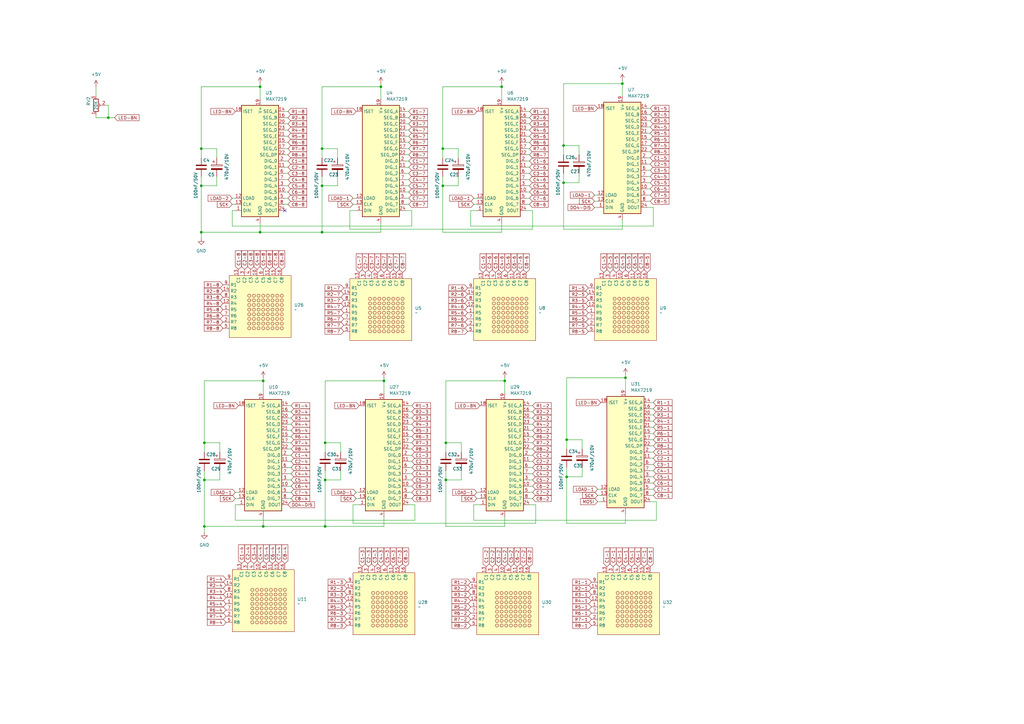
<source format=kicad_sch>
(kicad_sch (version 20231120) (generator "eeschema") (generator_version "8.0")
  (paper "A3")
  (title_block (title "Dot Matrix Display") (date "2024-09-11") (rev "1.0"))
  (junction (at 106.68 95.25))
  (junction (at 205.74 35.56))
  (junction (at 157.48 156.21))
  (junction (at 232.41 180.34))
  (junction (at 133.35 215.9))
  (junction (at 107.95 156.21))
  (junction (at 82.55 60.96))
  (junction (at 132.08 76.2))
  (junction (at 156.21 35.56))
  (junction (at 182.88 196.85))
  (junction (at 107.95 215.9))
  (junction (at 232.41 195.58))
  (junction (at 231.14 59.69))
  (junction (at 133.35 181.61))
  (junction (at 133.35 196.85))
  (junction (at 132.08 60.96))
  (junction (at 106.68 35.56))
  (junction (at 255.27 34.29))
  (junction (at 181.61 76.2))
  (junction (at 44.45 48.26))
  (junction (at 132.08 95.25))
  (junction (at 82.55 95.25))
  (junction (at 82.55 76.2))
  (junction (at 83.82 181.61))
  (junction (at 181.61 60.96))
  (junction (at 182.88 181.61))
  (junction (at 207.01 156.21))
  (junction (at 256.54 154.94))
  (junction (at 231.14 74.93))
  (junction (at 83.82 196.85))
  (junction (at 83.82 215.9))
  (no_connect (at 116.84 86.36))
  (wire (pts (xy 238.76 180.34) (xy 232.41 180.34)))
  (wire (pts (xy 207.01 156.21) (xy 207.01 161.29)))
  (wire (pts (xy 231.14 93.98) (xy 231.14 74.93)))
  (wire (pts (xy 194.31 207.01) (xy 196.85 207.01)))
  (wire (pts (xy 166.37 86.36) (xy 168.91 86.36)))
  (wire (pts (xy 146.05 204.47) (xy 147.32 204.47)))
  (wire (pts (xy 256.54 214.63) (xy 232.41 214.63)))
  (wire (pts (xy 193.04 92.71) (xy 267.97 92.71)))
  (wire (pts (xy 194.31 213.36) (xy 194.31 207.01)))
  (wire (pts (xy 232.41 214.63) (xy 232.41 195.58)))
  (wire (pts (xy 95.25 92.71) (xy 168.91 92.71)))
  (wire (pts (xy 168.91 204.47) (xy 167.64 204.47)))
  (wire (pts (xy 167.64 53.34) (xy 166.37 53.34)))
  (wire (pts (xy 167.64 63.5) (xy 166.37 63.5)))
  (wire (pts (xy 267.97 185.42) (xy 266.7 185.42)))
  (wire (pts (xy 181.61 35.56) (xy 181.61 60.96)))
  (wire (pts (xy 218.44 171.45) (xy 217.17 171.45)))
  (wire (pts (xy 82.55 35.56) (xy 106.68 35.56)))
  (wire (pts (xy 132.08 35.56) (xy 156.21 35.56)))
  (wire (pts (xy 217.17 83.82) (xy 215.9 83.82)))
  (wire (pts (xy 133.35 156.21) (xy 133.35 181.61)))
  (wire (pts (xy 82.55 35.56) (xy 82.55 60.96)))
  (wire (pts (xy 238.76 191.77) (xy 238.76 195.58)))
  (wire (pts (xy 187.96 72.39) (xy 187.96 76.2)))
  (wire (pts (xy 219.71 207.01) (xy 219.71 214.63)))
  (wire (pts (xy 267.97 193.04) (xy 266.7 193.04)))
  (wire (pts (xy 46.99 48.26) (xy 44.45 48.26)))
  (wire (pts (xy 119.38 186.69) (xy 118.11 186.69)))
  (wire (pts (xy 207.01 215.9) (xy 182.88 215.9)))
  (wire (pts (xy 267.97 187.96) (xy 266.7 187.96)))
  (wire (pts (xy 90.17 181.61) (xy 83.82 181.61)))
  (wire (pts (xy 218.44 86.36) (xy 218.44 93.98)))
  (wire (pts (xy 90.17 185.42) (xy 90.17 181.61)))
  (wire (pts (xy 107.95 215.9) (xy 133.35 215.9)))
  (wire (pts (xy 266.7 44.45) (xy 265.43 44.45)))
  (wire (pts (xy 119.38 181.61) (xy 118.11 181.61)))
  (wire (pts (xy 167.64 76.2) (xy 166.37 76.2)))
  (wire (pts (xy 106.68 35.56) (xy 106.68 40.64)))
  (wire (pts (xy 144.78 207.01) (xy 147.32 207.01)))
  (wire (pts (xy 231.14 59.69) (xy 231.14 63.5)))
  (wire (pts (xy 218.44 166.37) (xy 217.17 166.37)))
  (wire (pts (xy 218.44 186.69) (xy 217.17 186.69)))
  (wire (pts (xy 144.78 81.28) (xy 146.05 81.28)))
  (wire (pts (xy 88.9 60.96) (xy 82.55 60.96)))
  (wire (pts (xy 144.78 207.01) (xy 144.78 214.63)))
  (wire (pts (xy 238.76 184.15) (xy 238.76 180.34)))
  (wire (pts (xy 119.38 184.15) (xy 118.11 184.15)))
  (wire (pts (xy 237.49 59.69) (xy 231.14 59.69)))
  (wire (pts (xy 107.95 212.09) (xy 107.95 215.9)))
  (wire (pts (xy 267.97 203.2) (xy 266.7 203.2)))
  (wire (pts (xy 256.54 154.94) (xy 256.54 160.02)))
  (wire (pts (xy 189.23 196.85) (xy 182.88 196.85)))
  (wire (pts (xy 187.96 76.2) (xy 181.61 76.2)))
  (wire (pts (xy 118.11 76.2) (xy 116.84 76.2)))
  (wire (pts (xy 218.44 191.77) (xy 217.17 191.77)))
  (wire (pts (xy 119.38 204.47) (xy 118.11 204.47)))
  (wire (pts (xy 266.7 54.61) (xy 265.43 54.61)))
  (wire (pts (xy 157.48 156.21) (xy 157.48 161.29)))
  (wire (pts (xy 266.7 74.93) (xy 265.43 74.93)))
  (wire (pts (xy 217.17 48.26) (xy 215.9 48.26)))
  (wire (pts (xy 95.25 86.36) (xy 96.52 86.36)))
  (wire (pts (xy 266.7 69.85) (xy 265.43 69.85)))
  (wire (pts (xy 118.11 73.66) (xy 116.84 73.66)))
  (wire (pts (xy 156.21 35.56) (xy 156.21 40.64)))
  (wire (pts (xy 119.38 173.99) (xy 118.11 173.99)))
  (wire (pts (xy 217.17 53.34) (xy 215.9 53.34)))
  (wire (pts (xy 168.91 176.53) (xy 167.64 176.53)))
  (wire (pts (xy 119.38 168.91) (xy 118.11 168.91)))
  (wire (pts (xy 167.64 45.72) (xy 166.37 45.72)))
  (wire (pts (xy 267.97 170.18) (xy 266.7 170.18)))
  (wire (pts (xy 267.97 198.12) (xy 266.7 198.12)))
  (wire (pts (xy 157.48 154.94) (xy 157.48 156.21)))
  (wire (pts (xy 118.11 45.72) (xy 116.84 45.72)))
  (wire (pts (xy 118.11 81.28) (xy 116.84 81.28)))
  (wire (pts (xy 118.11 68.58) (xy 116.84 68.58)))
  (wire (pts (xy 138.43 72.39) (xy 138.43 76.2)))
  (wire (pts (xy 255.27 34.29) (xy 255.27 39.37)))
  (wire (pts (xy 132.08 35.56) (xy 132.08 60.96)))
  (wire (pts (xy 167.64 78.74) (xy 166.37 78.74)))
  (wire (pts (xy 118.11 71.12) (xy 116.84 71.12)))
  (wire (pts (xy 267.97 200.66) (xy 266.7 200.66)))
  (wire (pts (xy 96.52 204.47) (xy 97.79 204.47)))
  (wire (pts (xy 95.25 83.82) (xy 96.52 83.82)))
  (wire (pts (xy 245.11 205.74) (xy 246.38 205.74)))
  (wire (pts (xy 119.38 179.07) (xy 118.11 179.07)))
  (wire (pts (xy 118.11 60.96) (xy 116.84 60.96)))
  (wire (pts (xy 266.7 72.39) (xy 265.43 72.39)))
  (wire (pts (xy 107.95 156.21) (xy 107.95 161.29)))
  (wire (pts (xy 217.17 66.04) (xy 215.9 66.04)))
  (wire (pts (xy 168.91 196.85) (xy 167.64 196.85)))
  (wire (pts (xy 217.17 78.74) (xy 215.9 78.74)))
  (wire (pts (xy 267.97 177.8) (xy 266.7 177.8)))
  (wire (pts (xy 267.97 85.09) (xy 267.97 92.71)))
  (wire (pts (xy 218.44 176.53) (xy 217.17 176.53)))
  (wire (pts (xy 156.21 91.44) (xy 156.21 95.25)))
  (wire (pts (xy 156.21 95.25) (xy 132.08 95.25)))
  (wire (pts (xy 194.31 83.82) (xy 195.58 83.82)))
  (wire (pts (xy 218.44 194.31) (xy 217.17 194.31)))
  (wire (pts (xy 217.17 45.72) (xy 215.9 45.72)))
  (wire (pts (xy 119.38 166.37) (xy 118.11 166.37)))
  (wire (pts (xy 267.97 180.34) (xy 266.7 180.34)))
  (wire (pts (xy 167.64 55.88) (xy 166.37 55.88)))
  (wire (pts (xy 138.43 60.96) (xy 132.08 60.96)))
  (wire (pts (xy 218.44 196.85) (xy 217.17 196.85)))
  (wire (pts (xy 83.82 156.21) (xy 83.82 181.61)))
  (wire (pts (xy 83.82 215.9) (xy 83.82 218.44)))
  (wire (pts (xy 118.11 78.74) (xy 116.84 78.74)))
  (wire (pts (xy 119.38 189.23) (xy 118.11 189.23)))
  (wire (pts (xy 118.11 63.5) (xy 116.84 63.5)))
  (wire (pts (xy 96.52 213.36) (xy 96.52 207.01)))
  (wire (pts (xy 267.97 195.58) (xy 266.7 195.58)))
  (wire (pts (xy 181.61 35.56) (xy 205.74 35.56)))
  (wire (pts (xy 266.7 57.15) (xy 265.43 57.15)))
  (wire (pts (xy 243.84 82.55) (xy 245.11 82.55)))
  (wire (pts (xy 217.17 50.8) (xy 215.9 50.8)))
  (wire (pts (xy 237.49 74.93) (xy 231.14 74.93)))
  (wire (pts (xy 218.44 168.91) (xy 217.17 168.91)))
  (wire (pts (xy 118.11 58.42) (xy 116.84 58.42)))
  (wire (pts (xy 107.95 154.94) (xy 107.95 156.21)))
  (wire (pts (xy 82.55 95.25) (xy 82.55 97.79)))
  (wire (pts (xy 156.21 34.29) (xy 156.21 35.56)))
  (wire (pts (xy 82.55 95.25) (xy 82.55 76.2)))
  (wire (pts (xy 205.74 91.44) (xy 205.74 95.25)))
  (wire (pts (xy 238.76 195.58) (xy 232.41 195.58)))
  (wire (pts (xy 118.11 53.34) (xy 116.84 53.34)))
  (wire (pts (xy 217.17 68.58) (xy 215.9 68.58)))
  (wire (pts (xy 96.52 213.36) (xy 170.18 213.36)))
  (wire (pts (xy 231.14 34.29) (xy 231.14 59.69)))
  (wire (pts (xy 217.17 58.42) (xy 215.9 58.42)))
  (wire (pts (xy 118.11 48.26) (xy 116.84 48.26)))
  (wire (pts (xy 168.91 189.23) (xy 167.64 189.23)))
  (wire (pts (xy 167.64 66.04) (xy 166.37 66.04)))
  (wire (pts (xy 143.51 86.36) (xy 146.05 86.36)))
  (wire (pts (xy 269.24 205.74) (xy 269.24 213.36)))
  (wire (pts (xy 245.11 200.66) (xy 246.38 200.66)))
  (wire (pts (xy 133.35 156.21) (xy 157.48 156.21)))
  (wire (pts (xy 119.38 171.45) (xy 118.11 171.45)))
  (wire (pts (xy 255.27 33.02) (xy 255.27 34.29)))
  (wire (pts (xy 167.64 68.58) (xy 166.37 68.58)))
  (wire (pts (xy 82.55 60.96) (xy 82.55 64.77)))
  (wire (pts (xy 182.88 181.61) (xy 182.88 185.42)))
  (wire (pts (xy 237.49 71.12) (xy 237.49 74.93)))
  (wire (pts (xy 182.88 215.9) (xy 182.88 196.85)))
  (wire (pts (xy 181.61 95.25) (xy 181.61 76.2)))
  (wire (pts (xy 132.08 95.25) (xy 132.08 76.2)))
  (wire (pts (xy 195.58 204.47) (xy 196.85 204.47)))
  (wire (pts (xy 168.91 179.07) (xy 167.64 179.07)))
  (wire (pts (xy 205.74 34.29) (xy 205.74 35.56)))
  (wire (pts (xy 182.88 156.21) (xy 207.01 156.21)))
  (wire (pts (xy 44.45 43.18) (xy 43.18 43.18)))
  (wire (pts (xy 194.31 81.28) (xy 195.58 81.28)))
  (wire (pts (xy 168.91 166.37) (xy 167.64 166.37)))
  (wire (pts (xy 217.17 71.12) (xy 215.9 71.12)))
  (wire (pts (xy 143.51 93.98) (xy 218.44 93.98)))
  (wire (pts (xy 231.14 34.29) (xy 255.27 34.29)))
  (wire (pts (xy 88.9 72.39) (xy 88.9 76.2)))
  (wire (pts (xy 133.35 215.9) (xy 133.35 196.85)))
  (wire (pts (xy 95.25 81.28) (xy 96.52 81.28)))
  (wire (pts (xy 269.24 205.74) (xy 266.7 205.74)))
  (wire (pts (xy 88.9 64.77) (xy 88.9 60.96)))
  (wire (pts (xy 205.74 95.25) (xy 181.61 95.25)))
  (wire (pts (xy 167.64 71.12) (xy 166.37 71.12)))
  (wire (pts (xy 266.7 64.77) (xy 265.43 64.77)))
  (wire (pts (xy 83.82 215.9) (xy 83.82 196.85)))
  (wire (pts (xy 181.61 76.2) (xy 181.61 72.39)))
  (wire (pts (xy 266.7 67.31) (xy 265.43 67.31)))
  (wire (pts (xy 219.71 207.01) (xy 217.17 207.01)))
  (wire (pts (xy 255.27 90.17) (xy 255.27 93.98)))
  (wire (pts (xy 106.68 95.25) (xy 132.08 95.25)))
  (wire (pts (xy 218.44 201.93) (xy 217.17 201.93)))
  (wire (pts (xy 138.43 64.77) (xy 138.43 60.96)))
  (wire (pts (xy 232.41 154.94) (xy 256.54 154.94)))
  (wire (pts (xy 187.96 64.77) (xy 187.96 60.96)))
  (wire (pts (xy 266.7 80.01) (xy 265.43 80.01)))
  (wire (pts (xy 218.44 179.07) (xy 217.17 179.07)))
  (wire (pts (xy 83.82 215.9) (xy 107.95 215.9)))
  (wire (pts (xy 217.17 73.66) (xy 215.9 73.66)))
  (wire (pts (xy 187.96 60.96) (xy 181.61 60.96)))
  (wire (pts (xy 218.44 204.47) (xy 217.17 204.47)))
  (wire (pts (xy 118.11 83.82) (xy 116.84 83.82)))
  (wire (pts (xy 189.23 185.42) (xy 189.23 181.61)))
  (wire (pts (xy 266.7 59.69) (xy 265.43 59.69)))
  (wire (pts (xy 207.01 154.94) (xy 207.01 156.21)))
  (wire (pts (xy 168.91 181.61) (xy 167.64 181.61)))
  (wire (pts (xy 267.97 165.1) (xy 266.7 165.1)))
  (wire (pts (xy 139.7 181.61) (xy 133.35 181.61)))
  (wire (pts (xy 267.97 190.5) (xy 266.7 190.5)))
  (wire (pts (xy 266.7 77.47) (xy 265.43 77.47)))
  (wire (pts (xy 218.44 189.23) (xy 217.17 189.23)))
  (wire (pts (xy 267.97 182.88) (xy 266.7 182.88)))
  (wire (pts (xy 83.82 156.21) (xy 107.95 156.21)))
  (wire (pts (xy 146.05 201.93) (xy 147.32 201.93)))
  (wire (pts (xy 96.52 201.93) (xy 97.79 201.93)))
  (wire (pts (xy 232.41 180.34) (xy 232.41 184.15)))
  (wire (pts (xy 39.37 48.26) (xy 39.37 46.99)))
  (wire (pts (xy 207.01 212.09) (xy 207.01 215.9)))
  (wire (pts (xy 218.44 184.15) (xy 217.17 184.15)))
  (wire (pts (xy 119.38 176.53) (xy 118.11 176.53)))
  (wire (pts (xy 168.91 201.93) (xy 167.64 201.93)))
  (wire (pts (xy 266.7 49.53) (xy 265.43 49.53)))
  (wire (pts (xy 157.48 212.09) (xy 157.48 215.9)))
  (wire (pts (xy 182.88 196.85) (xy 182.88 193.04)))
  (wire (pts (xy 189.23 181.61) (xy 182.88 181.61)))
  (wire (pts (xy 119.38 191.77) (xy 118.11 191.77)))
  (wire (pts (xy 218.44 173.99) (xy 217.17 173.99)))
  (wire (pts (xy 218.44 86.36) (xy 215.9 86.36)))
  (wire (pts (xy 267.97 167.64) (xy 266.7 167.64)))
  (wire (pts (xy 266.7 46.99) (xy 265.43 46.99)))
  (wire (pts (xy 119.38 194.31) (xy 118.11 194.31)))
  (wire (pts (xy 118.11 50.8) (xy 116.84 50.8)))
  (wire (pts (xy 168.91 86.36) (xy 168.91 92.71)))
  (wire (pts (xy 96.52 207.01) (xy 97.79 207.01)))
  (wire (pts (xy 167.64 60.96) (xy 166.37 60.96)))
  (wire (pts (xy 193.04 86.36) (xy 195.58 86.36)))
  (wire (pts (xy 168.91 191.77) (xy 167.64 191.77)))
  (wire (pts (xy 181.61 60.96) (xy 181.61 64.77)))
  (wire (pts (xy 168.91 171.45) (xy 167.64 171.45)))
  (wire (pts (xy 168.91 186.69) (xy 167.64 186.69)))
  (wire (pts (xy 267.97 175.26) (xy 266.7 175.26)))
  (wire (pts (xy 167.64 73.66) (xy 166.37 73.66)))
  (wire (pts (xy 193.04 92.71) (xy 193.04 86.36)))
  (wire (pts (xy 217.17 81.28) (xy 215.9 81.28)))
  (wire (pts (xy 82.55 76.2) (xy 82.55 72.39)))
  (wire (pts (xy 189.23 193.04) (xy 189.23 196.85)))
  (wire (pts (xy 119.38 196.85) (xy 118.11 196.85)))
  (wire (pts (xy 132.08 76.2) (xy 132.08 72.39)))
  (wire (pts (xy 82.55 95.25) (xy 106.68 95.25)))
  (wire (pts (xy 267.97 172.72) (xy 266.7 172.72)))
  (wire (pts (xy 83.82 181.61) (xy 83.82 185.42)))
  (wire (pts (xy 83.82 196.85) (xy 83.82 193.04)))
  (wire (pts (xy 119.38 201.93) (xy 118.11 201.93)))
  (wire (pts (xy 217.17 76.2) (xy 215.9 76.2)))
  (wire (pts (xy 217.17 63.5) (xy 215.9 63.5)))
  (wire (pts (xy 231.14 74.93) (xy 231.14 71.12)))
  (wire (pts (xy 232.41 195.58) (xy 232.41 191.77)))
  (wire (pts (xy 139.7 185.42) (xy 139.7 181.61)))
  (wire (pts (xy 256.54 210.82) (xy 256.54 214.63)))
  (wire (pts (xy 139.7 193.04) (xy 139.7 196.85)))
  (wire (pts (xy 144.78 83.82) (xy 146.05 83.82)))
  (wire (pts (xy 139.7 196.85) (xy 133.35 196.85)))
  (wire (pts (xy 167.64 81.28) (xy 166.37 81.28)))
  (wire (pts (xy 167.64 83.82) (xy 166.37 83.82)))
  (wire (pts (xy 168.91 168.91) (xy 167.64 168.91)))
  (wire (pts (xy 133.35 196.85) (xy 133.35 193.04)))
  (wire (pts (xy 243.84 80.01) (xy 245.11 80.01)))
  (wire (pts (xy 245.11 203.2) (xy 246.38 203.2)))
  (wire (pts (xy 44.45 43.18) (xy 44.45 48.26)))
  (wire (pts (xy 218.44 199.39) (xy 217.17 199.39)))
  (wire (pts (xy 157.48 215.9) (xy 133.35 215.9)))
  (wire (pts (xy 88.9 76.2) (xy 82.55 76.2)))
  (wire (pts (xy 143.51 86.36) (xy 143.51 93.98)))
  (wire (pts (xy 168.91 173.99) (xy 167.64 173.99)))
  (wire (pts (xy 167.64 50.8) (xy 166.37 50.8)))
  (wire (pts (xy 205.74 35.56) (xy 205.74 40.64)))
  (wire (pts (xy 39.37 35.56) (xy 39.37 39.37)))
  (wire (pts (xy 255.27 93.98) (xy 231.14 93.98)))
  (wire (pts (xy 256.54 153.67) (xy 256.54 154.94)))
  (wire (pts (xy 217.17 60.96) (xy 215.9 60.96)))
  (wire (pts (xy 168.91 184.15) (xy 167.64 184.15)))
  (wire (pts (xy 133.35 181.61) (xy 133.35 185.42)))
  (wire (pts (xy 170.18 207.01) (xy 170.18 213.36)))
  (wire (pts (xy 90.17 193.04) (xy 90.17 196.85)))
  (wire (pts (xy 217.17 55.88) (xy 215.9 55.88)))
  (wire (pts (xy 106.68 91.44) (xy 106.68 95.25)))
  (wire (pts (xy 182.88 156.21) (xy 182.88 181.61)))
  (wire (pts (xy 90.17 196.85) (xy 83.82 196.85)))
  (wire (pts (xy 138.43 76.2) (xy 132.08 76.2)))
  (wire (pts (xy 266.7 52.07) (xy 265.43 52.07)))
  (wire (pts (xy 168.91 199.39) (xy 167.64 199.39)))
  (wire (pts (xy 218.44 181.61) (xy 217.17 181.61)))
  (wire (pts (xy 44.45 48.26) (xy 39.37 48.26)))
  (wire (pts (xy 118.11 66.04) (xy 116.84 66.04)))
  (wire (pts (xy 167.64 48.26) (xy 166.37 48.26)))
  (wire (pts (xy 119.38 199.39) (xy 118.11 199.39)))
  (wire (pts (xy 232.41 154.94) (xy 232.41 180.34)))
  (wire (pts (xy 266.7 82.55) (xy 265.43 82.55)))
  (wire (pts (xy 267.97 85.09) (xy 265.43 85.09)))
  (wire (pts (xy 118.11 55.88) (xy 116.84 55.88)))
  (wire (pts (xy 168.91 194.31) (xy 167.64 194.31)))
  (wire (pts (xy 95.25 92.71) (xy 95.25 86.36)))
  (wire (pts (xy 194.31 213.36) (xy 269.24 213.36)))
  (wire (pts (xy 167.64 58.42) (xy 166.37 58.42)))
  (wire (pts (xy 195.58 201.93) (xy 196.85 201.93)))
  (wire (pts (xy 106.68 34.29) (xy 106.68 35.56)))
  (wire (pts (xy 132.08 60.96) (xy 132.08 64.77)))
  (wire (pts (xy 266.7 62.23) (xy 265.43 62.23)))
  (wire (pts (xy 144.78 214.63) (xy 219.71 214.63)))
  (wire (pts (xy 237.49 63.5) (xy 237.49 59.69)))
  (wire (pts (xy 167.64 207.01) (xy 170.18 207.01)))
  (wire (pts (xy 243.84 85.09) (xy 245.11 85.09)))
  (global_label "C7-4" (shape input) (at 114.3 231.14 90) (property "Intersheetrefs" "${INTERSHEET_REFS}" (effects (hide yes))))
  (global_label "R5-3" (shape input) (at 142.24 248.92 180) (property "Intersheetrefs" "${INTERSHEET_REFS}" (effects (hide yes))))
  (global_label "R6-7" (shape input) (at 167.64 58.42 0) (property "Intersheetrefs" "${INTERSHEET_REFS}" (effects (hide yes))))
  (global_label "C8-4" (shape input) (at 116.84 231.14 90) (property "Intersheetrefs" "${INTERSHEET_REFS}" (effects (hide yes))))
  (global_label "R7-2" (shape input) (at 218.44 181.61 0) (property "Intersheetrefs" "${INTERSHEET_REFS}" (effects (hide yes))))
  (global_label "C7-7" (shape input) (at 162.56 111.76 90) (property "Intersheetrefs" "${INTERSHEET_REFS}" (effects (hide yes))))
  (global_label "R6-4" (shape input) (at 92.71 250.19 180) (property "Intersheetrefs" "${INTERSHEET_REFS}" (effects (hide yes))))
  (global_label "C5-6" (shape input) (at 217.17 76.2 0) (property "Intersheetrefs" "${INTERSHEET_REFS}" (effects (hide yes))))
  (global_label "C6-7" (shape input) (at 160.02 111.76 90) (property "Intersheetrefs" "${INTERSHEET_REFS}" (effects (hide yes))))
  (global_label "R2-8" (shape input) (at 118.11 48.26 0) (property "Intersheetrefs" "${INTERSHEET_REFS}" (effects (hide yes))))
  (global_label "C8-2" (shape input) (at 218.44 204.47 0) (property "Intersheetrefs" "${INTERSHEET_REFS}" (effects (hide yes))))
  (global_label "C1-2" (shape input) (at 199.39 232.41 90) (property "Intersheetrefs" "${INTERSHEET_REFS}" (effects (hide yes))))
  (global_label "R2-8" (shape input) (at 91.44 119.38 180) (property "Intersheetrefs" "${INTERSHEET_REFS}" (effects (hide yes))))
  (global_label "LED-BN" (shape input) (at 196.85 166.37 180) (property "Intersheetrefs" "${INTERSHEET_REFS}" (effects (hide yes))))
  (global_label "C2-2" (shape input) (at 201.93 232.41 90) (property "Intersheetrefs" "${INTERSHEET_REFS}" (effects (hide yes))))
  (global_label "C8-3" (shape input) (at 168.91 204.47 0) (property "Intersheetrefs" "${INTERSHEET_REFS}" (effects (hide yes))))
  (global_label "R3-3" (shape input) (at 142.24 243.84 180) (property "Intersheetrefs" "${INTERSHEET_REFS}" (effects (hide yes))))
  (global_label "R1-7" (shape input) (at 167.64 45.72 0) (property "Intersheetrefs" "${INTERSHEET_REFS}" (effects (hide yes))))
  (global_label "C4-2" (shape input) (at 207.01 232.41 90) (property "Intersheetrefs" "${INTERSHEET_REFS}" (effects (hide yes))))
  (global_label "C5-4" (shape input) (at 109.22 231.14 90) (property "Intersheetrefs" "${INTERSHEET_REFS}" (effects (hide yes))))
  (global_label "C8-1" (shape input) (at 267.97 203.2 0) (property "Intersheetrefs" "${INTERSHEET_REFS}" (effects (hide yes))))
  (global_label "C3-6" (shape input) (at 217.17 71.12 0) (property "Intersheetrefs" "${INTERSHEET_REFS}" (effects (hide yes))))
  (global_label "C6-8" (shape input) (at 110.49 110.49 90) (property "Intersheetrefs" "${INTERSHEET_REFS}" (effects (hide yes))))
  (global_label "LED-BN" (shape input) (at 195.58 45.72 180) (property "Intersheetrefs" "${INTERSHEET_REFS}" (effects (hide yes))))
  (global_label "R7-3" (shape input) (at 168.91 181.61 0) (property "Intersheetrefs" "${INTERSHEET_REFS}" (effects (hide yes))))
  (global_label "C7-8" (shape input) (at 118.11 81.28 0) (property "Intersheetrefs" "${INTERSHEET_REFS}" (effects (hide yes))))
  (global_label "C4-6" (shape input) (at 205.74 111.76 90) (property "Intersheetrefs" "${INTERSHEET_REFS}" (effects (hide yes))))
  (global_label "C7-2" (shape input) (at 218.44 201.93 0) (property "Intersheetrefs" "${INTERSHEET_REFS}" (effects (hide yes))))
  (global_label "R4-4" (shape input) (at 119.38 173.99 0) (property "Intersheetrefs" "${INTERSHEET_REFS}" (effects (hide yes))))
  (global_label "C8-6" (shape input) (at 215.9 111.76 90) (property "Intersheetrefs" "${INTERSHEET_REFS}" (effects (hide yes))))
  (global_label "C8-7" (shape input) (at 165.1 111.76 90) (property "Intersheetrefs" "${INTERSHEET_REFS}" (effects (hide yes))))
  (global_label "LOAD-2" (shape input) (at 95.25 81.28 180) (property "Intersheetrefs" "${INTERSHEET_REFS}" (effects (hide yes))))
  (global_label "R4-1" (shape input) (at 242.57 246.38 180) (property "Intersheetrefs" "${INTERSHEET_REFS}" (effects (hide yes))))
  (global_label "C8-4" (shape input) (at 119.38 204.47 0) (property "Intersheetrefs" "${INTERSHEET_REFS}" (effects (hide yes))))
  (global_label "C5-2" (shape input) (at 209.55 232.41 90) (property "Intersheetrefs" "${INTERSHEET_REFS}" (effects (hide yes))))
  (global_label "R4-6" (shape input) (at 191.77 125.73 180) (property "Intersheetrefs" "${INTERSHEET_REFS}" (effects (hide yes))))
  (global_label "C6-5" (shape input) (at 260.35 111.76 90) (property "Intersheetrefs" "${INTERSHEET_REFS}" (effects (hide yes))))
  (global_label "R2-6" (shape input) (at 217.17 48.26 0) (property "Intersheetrefs" "${INTERSHEET_REFS}" (effects (hide yes))))
  (global_label "C1-7" (shape input) (at 147.32 111.76 90) (property "Intersheetrefs" "${INTERSHEET_REFS}" (effects (hide yes))))
  (global_label "SCK" (shape input) (at 243.84 82.55 180) (property "Intersheetrefs" "${INTERSHEET_REFS}" (effects (hide yes))))
  (global_label "R6-2" (shape input) (at 218.44 179.07 0) (property "Intersheetrefs" "${INTERSHEET_REFS}" (effects (hide yes))))
  (global_label "LOAD-1" (shape input) (at 195.58 201.93 180) (property "Intersheetrefs" "${INTERSHEET_REFS}" (effects (hide yes))))
  (global_label "C2-3" (shape input) (at 168.91 189.23 0) (property "Intersheetrefs" "${INTERSHEET_REFS}" (effects (hide yes))))
  (global_label "C1-6" (shape input) (at 217.17 66.04 0) (property "Intersheetrefs" "${INTERSHEET_REFS}" (effects (hide yes))))
  (global_label "C6-4" (shape input) (at 119.38 199.39 0) (property "Intersheetrefs" "${INTERSHEET_REFS}" (effects (hide yes))))
  (global_label "C4-5" (shape input) (at 255.27 111.76 90) (property "Intersheetrefs" "${INTERSHEET_REFS}" (effects (hide yes))))
  (global_label "C2-7" (shape input) (at 167.64 68.58 0) (property "Intersheetrefs" "${INTERSHEET_REFS}" (effects (hide yes))))
  (global_label "R3-1" (shape input) (at 267.97 170.18 0) (property "Intersheetrefs" "${INTERSHEET_REFS}" (effects (hide yes))))
  (global_label "C2-1" (shape input) (at 267.97 187.96 0) (property "Intersheetrefs" "${INTERSHEET_REFS}" (effects (hide yes))))
  (global_label "C1-5" (shape input) (at 266.7 64.77 0) (property "Intersheetrefs" "${INTERSHEET_REFS}" (effects (hide yes))))
  (global_label "C2-5" (shape input) (at 266.7 67.31 0) (property "Intersheetrefs" "${INTERSHEET_REFS}" (effects (hide yes))))
  (global_label "C5-8" (shape input) (at 118.11 76.2 0) (property "Intersheetrefs" "${INTERSHEET_REFS}" (effects (hide yes))))
  (global_label "R7-6" (shape input) (at 217.17 60.96 0) (property "Intersheetrefs" "${INTERSHEET_REFS}" (effects (hide yes))))
  (global_label "R1-6" (shape input) (at 217.17 45.72 0) (property "Intersheetrefs" "${INTERSHEET_REFS}" (effects (hide yes))))
  (global_label "R1-5" (shape input) (at 266.7 44.45 0) (property "Intersheetrefs" "${INTERSHEET_REFS}" (effects (hide yes))))
  (global_label "R3-2" (shape input) (at 193.04 243.84 180) (property "Intersheetrefs" "${INTERSHEET_REFS}" (effects (hide yes))))
  (global_label "R4-1" (shape input) (at 267.97 172.72 0) (property "Intersheetrefs" "${INTERSHEET_REFS}" (effects (hide yes))))
  (global_label "C5-1" (shape input) (at 259.08 232.41 90) (property "Intersheetrefs" "${INTERSHEET_REFS}" (effects (hide yes))))
  (global_label "R4-3" (shape input) (at 168.91 173.99 0) (property "Intersheetrefs" "${INTERSHEET_REFS}" (effects (hide yes))))
  (global_label "R5-5" (shape input) (at 241.3 128.27 180) (property "Intersheetrefs" "${INTERSHEET_REFS}" (effects (hide yes))))
  (global_label "R8-2" (shape input) (at 218.44 184.15 0) (property "Intersheetrefs" "${INTERSHEET_REFS}" (effects (hide yes))))
  (global_label "C3-5" (shape input) (at 266.7 69.85 0) (property "Intersheetrefs" "${INTERSHEET_REFS}" (effects (hide yes))))
  (global_label "R1-3" (shape input) (at 168.91 166.37 0) (property "Intersheetrefs" "${INTERSHEET_REFS}" (effects (hide yes))))
  (global_label "C3-2" (shape input) (at 204.47 232.41 90) (property "Intersheetrefs" "${INTERSHEET_REFS}" (effects (hide yes))))
  (global_label "R7-5" (shape input) (at 241.3 133.35 180) (property "Intersheetrefs" "${INTERSHEET_REFS}" (effects (hide yes))))
  (global_label "C6-7" (shape input) (at 167.64 78.74 0) (property "Intersheetrefs" "${INTERSHEET_REFS}" (effects (hide yes))))
  (global_label "C6-3" (shape input) (at 168.91 199.39 0) (property "Intersheetrefs" "${INTERSHEET_REFS}" (effects (hide yes))))
  (global_label "R1-7" (shape input) (at 140.97 118.11 180) (property "Intersheetrefs" "${INTERSHEET_REFS}" (effects (hide yes))))
  (global_label "C7-8" (shape input) (at 113.03 110.49 90) (property "Intersheetrefs" "${INTERSHEET_REFS}" (effects (hide yes))))
  (global_label "R3-4" (shape input) (at 119.38 171.45 0) (property "Intersheetrefs" "${INTERSHEET_REFS}" (effects (hide yes))))
  (global_label "R4-7" (shape input) (at 167.64 53.34 0) (property "Intersheetrefs" "${INTERSHEET_REFS}" (effects (hide yes))))
  (global_label "SCK" (shape input) (at 146.05 204.47 180) (property "Intersheetrefs" "${INTERSHEET_REFS}" (effects (hide yes))))
  (global_label "C4-5" (shape input) (at 266.7 72.39 0) (property "Intersheetrefs" "${INTERSHEET_REFS}" (effects (hide yes))))
  (global_label "R6-4" (shape input) (at 119.38 179.07 0) (property "Intersheetrefs" "${INTERSHEET_REFS}" (effects (hide yes))))
  (global_label "R6-3" (shape input) (at 168.91 179.07 0) (property "Intersheetrefs" "${INTERSHEET_REFS}" (effects (hide yes))))
  (global_label "LED-BN" (shape input) (at 245.11 44.45 180) (property "Intersheetrefs" "${INTERSHEET_REFS}" (effects (hide yes))))
  (global_label "R1-1" (shape input) (at 242.57 238.76 180) (property "Intersheetrefs" "${INTERSHEET_REFS}" (effects (hide yes))))
  (global_label "C1-3" (shape input) (at 148.59 232.41 90) (property "Intersheetrefs" "${INTERSHEET_REFS}" (effects (hide yes))))
  (global_label "R3-8" (shape input) (at 118.11 50.8 0) (property "Intersheetrefs" "${INTERSHEET_REFS}" (effects (hide yes))))
  (global_label "R7-8" (shape input) (at 91.44 132.08 180) (property "Intersheetrefs" "${INTERSHEET_REFS}" (effects (hide yes))))
  (global_label "C3-1" (shape input) (at 267.97 190.5 0) (property "Intersheetrefs" "${INTERSHEET_REFS}" (effects (hide yes))))
  (global_label "R3-7" (shape input) (at 167.64 50.8 0) (property "Intersheetrefs" "${INTERSHEET_REFS}" (effects (hide yes))))
  (global_label "R6-8" (shape input) (at 91.44 129.54 180) (property "Intersheetrefs" "${INTERSHEET_REFS}" (effects (hide yes))))
  (global_label "C4-3" (shape input) (at 156.21 232.41 90) (property "Intersheetrefs" "${INTERSHEET_REFS}" (effects (hide yes))))
  (global_label "R4-4" (shape input) (at 92.71 245.11 180) (property "Intersheetrefs" "${INTERSHEET_REFS}" (effects (hide yes))))
  (global_label "R5-8" (shape input) (at 118.11 55.88 0) (property "Intersheetrefs" "${INTERSHEET_REFS}" (effects (hide yes))))
  (global_label "R7-1" (shape input) (at 267.97 180.34 0) (property "Intersheetrefs" "${INTERSHEET_REFS}" (effects (hide yes))))
  (global_label "R2-5" (shape input) (at 266.7 46.99 0) (property "Intersheetrefs" "${INTERSHEET_REFS}" (effects (hide yes))))
  (global_label "C5-5" (shape input) (at 257.81 111.76 90) (property "Intersheetrefs" "${INTERSHEET_REFS}" (effects (hide yes))))
  (global_label "R7-7" (shape input) (at 167.64 60.96 0) (property "Intersheetrefs" "${INTERSHEET_REFS}" (effects (hide yes))))
  (global_label "SCK" (shape input) (at 96.52 204.47 180) (property "Intersheetrefs" "${INTERSHEET_REFS}" (effects (hide yes))))
  (global_label "R2-6" (shape input) (at 191.77 120.65 180) (property "Intersheetrefs" "${INTERSHEET_REFS}" (effects (hide yes))))
  (global_label "R3-5" (shape input) (at 241.3 123.19 180) (property "Intersheetrefs" "${INTERSHEET_REFS}" (effects (hide yes))))
  (global_label "R6-5" (shape input) (at 241.3 130.81 180) (property "Intersheetrefs" "${INTERSHEET_REFS}" (effects (hide yes))))
  (global_label "R7-1" (shape input) (at 242.57 254 180) (property "Intersheetrefs" "${INTERSHEET_REFS}" (effects (hide yes))))
  (global_label "C2-2" (shape input) (at 218.44 189.23 0) (property "Intersheetrefs" "${INTERSHEET_REFS}" (effects (hide yes))))
  (global_label "C4-7" (shape input) (at 154.94 111.76 90) (property "Intersheetrefs" "${INTERSHEET_REFS}" (effects (hide yes))))
  (global_label "R6-7" (shape input) (at 140.97 130.81 180) (property "Intersheetrefs" "${INTERSHEET_REFS}" (effects (hide yes))))
  (global_label "R1-2" (shape input) (at 193.04 238.76 180) (property "Intersheetrefs" "${INTERSHEET_REFS}" (effects (hide yes))))
  (global_label "R5-4" (shape input) (at 119.38 176.53 0) (property "Intersheetrefs" "${INTERSHEET_REFS}" (effects (hide yes))))
  (global_label "C3-1" (shape input) (at 254 232.41 90) (property "Intersheetrefs" "${INTERSHEET_REFS}" (effects (hide yes))))
  (global_label "R6-8" (shape input) (at 118.11 58.42 0) (property "Intersheetrefs" "${INTERSHEET_REFS}" (effects (hide yes))))
  (global_label "C4-7" (shape input) (at 167.64 73.66 0) (property "Intersheetrefs" "${INTERSHEET_REFS}" (effects (hide yes))))
  (global_label "R1-5" (shape input) (at 241.3 118.11 180) (property "Intersheetrefs" "${INTERSHEET_REFS}" (effects (hide yes))))
  (global_label "R1-4" (shape input) (at 119.38 166.37 0) (property "Intersheetrefs" "${INTERSHEET_REFS}" (effects (hide yes))))
  (global_label "R1-3" (shape input) (at 142.24 238.76 180) (property "Intersheetrefs" "${INTERSHEET_REFS}" (effects (hide yes))))
  (global_label "DO4-DI5" (shape input) (at 243.84 85.09 180) (property "Intersheetrefs" "${INTERSHEET_REFS}" (effects (hide yes))))
  (global_label "R3-5" (shape input) (at 266.7 49.53 0) (property "Intersheetrefs" "${INTERSHEET_REFS}" (effects (hide yes))))
  (global_label "LOAD-1" (shape input) (at 245.11 200.66 180) (property "Intersheetrefs" "${INTERSHEET_REFS}" (effects (hide yes))))
  (global_label "R2-1" (shape input) (at 267.97 167.64 0) (property "Intersheetrefs" "${INTERSHEET_REFS}" (effects (hide yes))))
  (global_label "C6-6" (shape input) (at 210.82 111.76 90) (property "Intersheetrefs" "${INTERSHEET_REFS}" (effects (hide yes))))
  (global_label "R3-7" (shape input) (at 140.97 123.19 180) (property "Intersheetrefs" "${INTERSHEET_REFS}" (effects (hide yes))))
  (global_label "LOAD-1" (shape input) (at 243.84 80.01 180) (property "Intersheetrefs" "${INTERSHEET_REFS}" (effects (hide yes))))
  (global_label "R4-2" (shape input) (at 193.04 246.38 180) (property "Intersheetrefs" "${INTERSHEET_REFS}" (effects (hide yes))))
  (global_label "C8-8" (shape input) (at 115.57 110.49 90) (property "Intersheetrefs" "${INTERSHEET_REFS}" (effects (hide yes))))
  (global_label "LED-BN" (shape input) (at 96.52 45.72 180) (property "Intersheetrefs" "${INTERSHEET_REFS}" (effects (hide yes))))
  (global_label "C8-5" (shape input) (at 265.43 111.76 90) (property "Intersheetrefs" "${INTERSHEET_REFS}" (effects (hide yes))))
  (global_label "C6-4" (shape input) (at 111.76 231.14 90) (property "Intersheetrefs" "${INTERSHEET_REFS}" (effects (hide yes))))
  (global_label "C8-5" (shape input) (at 266.7 82.55 0) (property "Intersheetrefs" "${INTERSHEET_REFS}" (effects (hide yes))))
  (global_label "R6-6" (shape input) (at 191.77 130.81 180) (property "Intersheetrefs" "${INTERSHEET_REFS}" (effects (hide yes))))
  (global_label "C7-1" (shape input) (at 267.97 200.66 0) (property "Intersheetrefs" "${INTERSHEET_REFS}" (effects (hide yes))))
  (global_label "R7-7" (shape input) (at 140.97 133.35 180) (property "Intersheetrefs" "${INTERSHEET_REFS}" (effects (hide yes))))
  (global_label "C2-6" (shape input) (at 200.66 111.76 90) (property "Intersheetrefs" "${INTERSHEET_REFS}" (effects (hide yes))))
  (global_label "C3-6" (shape input) (at 203.2 111.76 90) (property "Intersheetrefs" "${INTERSHEET_REFS}" (effects (hide yes))))
  (global_label "C7-6" (shape input) (at 217.17 81.28 0) (property "Intersheetrefs" "${INTERSHEET_REFS}" (effects (hide yes))))
  (global_label "C8-6" (shape input) (at 217.17 83.82 0) (property "Intersheetrefs" "${INTERSHEET_REFS}" (effects (hide yes))))
  (global_label "R1-2" (shape input) (at 218.44 166.37 0) (property "Intersheetrefs" "${INTERSHEET_REFS}" (effects (hide yes))))
  (global_label "R4-7" (shape input) (at 140.97 125.73 180) (property "Intersheetrefs" "${INTERSHEET_REFS}" (effects (hide yes))))
  (global_label "C1-2" (shape input) (at 218.44 186.69 0) (property "Intersheetrefs" "${INTERSHEET_REFS}" (effects (hide yes))))
  (global_label "LED-BN" (shape input) (at 246.38 165.1 180) (property "Intersheetrefs" "${INTERSHEET_REFS}" (effects (hide yes))))
  (global_label "C3-8" (shape input) (at 102.87 110.49 90) (property "Intersheetrefs" "${INTERSHEET_REFS}" (effects (hide yes))))
  (global_label "C7-6" (shape input) (at 213.36 111.76 90) (property "Intersheetrefs" "${INTERSHEET_REFS}" (effects (hide yes))))
  (global_label "MOSI" (shape input) (at 245.11 205.74 180) (property "Intersheetrefs" "${INTERSHEET_REFS}" (effects (hide yes))))
  (global_label "C2-5" (shape input) (at 250.19 111.76 90) (property "Intersheetrefs" "${INTERSHEET_REFS}" (effects (hide yes))))
  (global_label "R2-2" (shape input) (at 193.04 241.3 180) (property "Intersheetrefs" "${INTERSHEET_REFS}" (effects (hide yes))))
  (global_label "R6-1" (shape input) (at 267.97 177.8 0) (property "Intersheetrefs" "${INTERSHEET_REFS}" (effects (hide yes))))
  (global_label "R5-4" (shape input) (at 92.71 247.65 180) (property "Intersheetrefs" "${INTERSHEET_REFS}" (effects (hide yes))))
  (global_label "C8-1" (shape input) (at 266.7 232.41 90) (property "Intersheetrefs" "${INTERSHEET_REFS}" (effects (hide yes))))
  (global_label "R8-7" (shape input) (at 140.97 135.89 180) (property "Intersheetrefs" "${INTERSHEET_REFS}" (effects (hide yes))))
  (global_label "C7-7" (shape input) (at 167.64 81.28 0) (property "Intersheetrefs" "${INTERSHEET_REFS}" (effects (hide yes))))
  (global_label "LED-BN" (shape input) (at 97.79 166.37 180) (property "Intersheetrefs" "${INTERSHEET_REFS}" (effects (hide yes))))
  (global_label "R2-4" (shape input) (at 92.71 240.03 180) (property "Intersheetrefs" "${INTERSHEET_REFS}" (effects (hide yes))))
  (global_label "R1-6" (shape input) (at 191.77 118.11 180) (property "Intersheetrefs" "${INTERSHEET_REFS}" (effects (hide yes))))
  (global_label "C1-6" (shape input) (at 198.12 111.76 90) (property "Intersheetrefs" "${INTERSHEET_REFS}" (effects (hide yes))))
  (global_label "C4-8" (shape input) (at 105.41 110.49 90) (property "Intersheetrefs" "${INTERSHEET_REFS}" (effects (hide yes))))
  (global_label "R6-2" (shape input) (at 193.04 251.46 180) (property "Intersheetrefs" "${INTERSHEET_REFS}" (effects (hide yes))))
  (global_label "C3-3" (shape input) (at 168.91 191.77 0) (property "Intersheetrefs" "${INTERSHEET_REFS}" (effects (hide yes))))
  (global_label "R1-1" (shape input) (at 267.97 165.1 0) (property "Intersheetrefs" "${INTERSHEET_REFS}" (effects (hide yes))))
  (global_label "R7-6" (shape input) (at 191.77 133.35 180) (property "Intersheetrefs" "${INTERSHEET_REFS}" (effects (hide yes))))
  (global_label "C4-2" (shape input) (at 218.44 194.31 0) (property "Intersheetrefs" "${INTERSHEET_REFS}" (effects (hide yes))))
  (global_label "R5-2" (shape input) (at 218.44 176.53 0) (property "Intersheetrefs" "${INTERSHEET_REFS}" (effects (hide yes))))
  (global_label "R4-5" (shape input) (at 241.3 125.73 180) (property "Intersheetrefs" "${INTERSHEET_REFS}" (effects (hide yes))))
  (global_label "R3-6" (shape input) (at 191.77 123.19 180) (property "Intersheetrefs" "${INTERSHEET_REFS}" (effects (hide yes))))
  (global_label "R6-5" (shape input) (at 266.7 57.15 0) (property "Intersheetrefs" "${INTERSHEET_REFS}" (effects (hide yes))))
  (global_label "C3-8" (shape input) (at 118.11 71.12 0) (property "Intersheetrefs" "${INTERSHEET_REFS}" (effects (hide yes))))
  (global_label "R1-4" (shape input) (at 92.71 237.49 180) (property "Intersheetrefs" "${INTERSHEET_REFS}" (effects (hide yes))))
  (global_label "C4-6" (shape input) (at 217.17 73.66 0) (property "Intersheetrefs" "${INTERSHEET_REFS}" (effects (hide yes))))
  (global_label "C1-3" (shape input) (at 168.91 186.69 0) (property "Intersheetrefs" "${INTERSHEET_REFS}" (effects (hide yes))))
  (global_label "C7-4" (shape input) (at 119.38 201.93 0) (property "Intersheetrefs" "${INTERSHEET_REFS}" (effects (hide yes))))
  (global_label "R8-8" (shape input) (at 118.11 63.5 0) (property "Intersheetrefs" "${INTERSHEET_REFS}" (effects (hide yes))))
  (global_label "C4-4" (shape input) (at 106.68 231.14 90) (property "Intersheetrefs" "${INTERSHEET_REFS}" (effects (hide yes))))
  (global_label "C3-3" (shape input) (at 153.67 232.41 90) (property "Intersheetrefs" "${INTERSHEET_REFS}" (effects (hide yes))))
  (global_label "R2-7" (shape input) (at 140.97 120.65 180) (property "Intersheetrefs" "${INTERSHEET_REFS}" (effects (hide yes))))
  (global_label "LED-BN" (shape input) (at 146.05 45.72 180) (property "Intersheetrefs" "${INTERSHEET_REFS}" (effects (hide yes))))
  (global_label "C2-6" (shape input) (at 217.17 68.58 0) (property "Intersheetrefs" "${INTERSHEET_REFS}" (effects (hide yes))))
  (global_label "R4-2" (shape input) (at 218.44 173.99 0) (property "Intersheetrefs" "${INTERSHEET_REFS}" (effects (hide yes))))
  (global_label "R3-4" (shape input) (at 92.71 242.57 180) (property "Intersheetrefs" "${INTERSHEET_REFS}" (effects (hide yes))))
  (global_label "C3-5" (shape input) (at 252.73 111.76 90) (property "Intersheetrefs" "${INTERSHEET_REFS}" (effects (hide yes))))
  (global_label "C7-5" (shape input) (at 262.89 111.76 90) (property "Intersheetrefs" "${INTERSHEET_REFS}" (effects (hide yes))))
  (global_label "C5-2" (shape input) (at 218.44 196.85 0) (property "Intersheetrefs" "${INTERSHEET_REFS}" (effects (hide yes))))
  (global_label "C4-1" (shape input) (at 256.54 232.41 90) (property "Intersheetrefs" "${INTERSHEET_REFS}" (effects (hide yes))))
  (global_label "LOAD-1" (shape input) (at 146.05 201.93 180) (property "Intersheetrefs" "${INTERSHEET_REFS}" (effects (hide yes))))
  (global_label "R4-6" (shape input) (at 217.17 53.34 0) (property "Intersheetrefs" "${INTERSHEET_REFS}" (effects (hide yes))))
  (global_label "R2-1" (shape input) (at 242.57 241.3 180) (property "Intersheetrefs" "${INTERSHEET_REFS}" (effects (hide yes))))
  (global_label "R5-6" (shape input) (at 217.17 55.88 0) (property "Intersheetrefs" "${INTERSHEET_REFS}" (effects (hide yes))))
  (global_label "R8-1" (shape input) (at 267.97 182.88 0) (property "Intersheetrefs" "${INTERSHEET_REFS}" (effects (hide yes))))
  (global_label "R2-2" (shape input) (at 218.44 168.91 0) (property "Intersheetrefs" "${INTERSHEET_REFS}" (effects (hide yes))))
  (global_label "C1-7" (shape input) (at 167.64 66.04 0) (property "Intersheetrefs" "${INTERSHEET_REFS}" (effects (hide yes))))
  (global_label "R5-1" (shape input) (at 267.97 175.26 0) (property "Intersheetrefs" "${INTERSHEET_REFS}" (effects (hide yes))))
  (global_label "LOAD-1" (shape input) (at 194.31 81.28 180) (property "Intersheetrefs" "${INTERSHEET_REFS}" (effects (hide yes))))
  (global_label "C5-5" (shape input) (at 266.7 74.93 0) (property "Intersheetrefs" "${INTERSHEET_REFS}" (effects (hide yes))))
  (global_label "C2-4" (shape input) (at 101.6 231.14 90) (property "Intersheetrefs" "${INTERSHEET_REFS}" (effects (hide yes))))
  (global_label "C5-3" (shape input) (at 168.91 196.85 0) (property "Intersheetrefs" "${INTERSHEET_REFS}" (effects (hide yes))))
  (global_label "C7-5" (shape input) (at 266.7 80.01 0) (property "Intersheetrefs" "${INTERSHEET_REFS}" (effects (hide yes))))
  (global_label "C6-2" (shape input) (at 212.09 232.41 90) (property "Intersheetrefs" "${INTERSHEET_REFS}" (effects (hide yes))))
  (global_label "C3-2" (shape input) (at 218.44 191.77 0) (property "Intersheetrefs" "${INTERSHEET_REFS}" (effects (hide yes))))
  (global_label "SCK" (shape input) (at 195.58 204.47 180) (property "Intersheetrefs" "${INTERSHEET_REFS}" (effects (hide yes))))
  (global_label "C5-8" (shape input) (at 107.95 110.49 90) (property "Intersheetrefs" "${INTERSHEET_REFS}" (effects (hide yes))))
  (global_label "C6-6" (shape input) (at 217.17 78.74 0) (property "Intersheetrefs" "${INTERSHEET_REFS}" (effects (hide yes))))
  (global_label "C4-3" (shape input) (at 168.91 194.31 0) (property "Intersheetrefs" "${INTERSHEET_REFS}" (effects (hide yes))))
  (global_label "R8-4" (shape input) (at 119.38 184.15 0) (property "Intersheetrefs" "${INTERSHEET_REFS}" (effects (hide yes))))
  (global_label "C1-1" (shape input) (at 267.97 185.42 0) (property "Intersheetrefs" "${INTERSHEET_REFS}" (effects (hide yes))))
  (global_label "C2-3" (shape input) (at 151.13 232.41 90) (property "Intersheetrefs" "${INTERSHEET_REFS}" (effects (hide yes))))
  (global_label "R8-4" (shape input) (at 92.71 255.27 180) (property "Intersheetrefs" "${INTERSHEET_REFS}" (effects (hide yes))))
  (global_label "R8-7" (shape input) (at 217.17 63.5 0) (property "Intersheetrefs" "${INTERSHEET_REFS}" (effects (hide yes))))
  (global_label "R1-8" (shape input) (at 118.11 45.72 0) (property "Intersheetrefs" "${INTERSHEET_REFS}" (effects (hide yes))))
  (global_label "C5-6" (shape input) (at 208.28 111.76 90) (property "Intersheetrefs" "${INTERSHEET_REFS}" (effects (hide yes))))
  (global_label "R6-6" (shape input) (at 217.17 58.42 0) (property "Intersheetrefs" "${INTERSHEET_REFS}" (effects (hide yes))))
  (global_label "R8-7" (shape input) (at 167.64 63.5 0) (property "Intersheetrefs" "${INTERSHEET_REFS}" (effects (hide yes))))
  (global_label "LED-BN" (shape input) (at 46.99 48.26 0) (property "Intersheetrefs" "${INTERSHEET_REFS}" (effects (hide yes))))
  (global_label "C4-1" (shape input) (at 267.97 193.04 0) (property "Intersheetrefs" "${INTERSHEET_REFS}" (effects (hide yes))))
  (global_label "R4-8" (shape input) (at 91.44 124.46 180) (property "Intersheetrefs" "${INTERSHEET_REFS}" (effects (hide yes))))
  (global_label "LOAD-1" (shape input) (at 144.78 81.28 180) (property "Intersheetrefs" "${INTERSHEET_REFS}" (effects (hide yes))))
  (global_label "R3-1" (shape input) (at 242.57 243.84 180) (property "Intersheetrefs" "${INTERSHEET_REFS}" (effects (hide yes))))
  (global_label "R8-7" (shape input) (at 191.77 135.89 180) (property "Intersheetrefs" "${INTERSHEET_REFS}" (effects (hide yes))))
  (global_label "R3-6" (shape input) (at 217.17 50.8 0) (property "Intersheetrefs" "${INTERSHEET_REFS}" (effects (hide yes))))
  (global_label "LED-BN" (shape input) (at 147.32 166.37 180) (property "Intersheetrefs" "${INTERSHEET_REFS}" (effects (hide yes))))
  (global_label "C5-4" (shape input) (at 119.38 196.85 0) (property "Intersheetrefs" "${INTERSHEET_REFS}" (effects (hide yes))))
  (global_label "R1-8" (shape input) (at 91.44 116.84 180) (property "Intersheetrefs" "${INTERSHEET_REFS}" (effects (hide yes))))
  (global_label "SCK" (shape input) (at 194.31 83.82 180) (property "Intersheetrefs" "${INTERSHEET_REFS}" (effects (hide yes))))
  (global_label "R3-8" (shape input) (at 91.44 121.92 180) (property "Intersheetrefs" "${INTERSHEET_REFS}" (effects (hide yes))))
  (global_label "R3-3" (shape input) (at 168.91 171.45 0) (property "Intersheetrefs" "${INTERSHEET_REFS}" (effects (hide yes))))
  (global_label "C3-7" (shape input) (at 167.64 71.12 0) (property "Intersheetrefs" "${INTERSHEET_REFS}" (effects (hide yes))))
  (global_label "C4-8" (shape input) (at 118.11 73.66 0) (property "Intersheetrefs" "${INTERSHEET_REFS}" (effects (hide yes))))
  (global_label "C6-3" (shape input) (at 161.29 232.41 90) (property "Intersheetrefs" "${INTERSHEET_REFS}" (effects (hide yes))))
  (global_label "R5-7" (shape input) (at 167.64 55.88 0) (property "Intersheetrefs" "${INTERSHEET_REFS}" (effects (hide yes))))
  (global_label "C1-4" (shape input) (at 119.38 186.69 0) (property "Intersheetrefs" "${INTERSHEET_REFS}" (effects (hide yes))))
  (global_label "C2-1" (shape input) (at 251.46 232.41 90) (property "Intersheetrefs" "${INTERSHEET_REFS}" (effects (hide yes))))
  (global_label "R5-2" (shape input) (at 193.04 248.92 180) (property "Intersheetrefs" "${INTERSHEET_REFS}" (effects (hide yes))))
  (global_label "R5-3" (shape input) (at 168.91 176.53 0) (property "Intersheetrefs" "${INTERSHEET_REFS}" (effects (hide yes))))
  (global_label "R2-3" (shape input) (at 142.24 241.3 180) (property "Intersheetrefs" "${INTERSHEET_REFS}" (effects (hide yes))))
  (global_label "C5-7" (shape input) (at 157.48 111.76 90) (property "Intersheetrefs" "${INTERSHEET_REFS}" (effects (hide yes))))
  (global_label "C1-1" (shape input) (at 248.92 232.41 90) (property "Intersheetrefs" "${INTERSHEET_REFS}" (effects (hide yes))))
  (global_label "C7-2" (shape input) (at 214.63 232.41 90) (property "Intersheetrefs" "${INTERSHEET_REFS}" (effects (hide yes))))
  (global_label "R5-7" (shape input) (at 140.97 128.27 180) (property "Intersheetrefs" "${INTERSHEET_REFS}" (effects (hide yes))))
  (global_label "DO4-DI5" (shape input) (at 118.11 207.01 0) (property "Intersheetrefs" "${INTERSHEET_REFS}" (effects (hide yes))))
  (global_label "C8-7" (shape input) (at 167.64 83.82 0) (property "Intersheetrefs" "${INTERSHEET_REFS}" (effects (hide yes))))
  (global_label "R2-4" (shape input) (at 119.38 168.91 0) (property "Intersheetrefs" "${INTERSHEET_REFS}" (effects (hide yes))))
  (global_label "R7-3" (shape input) (at 142.24 254 180) (property "Intersheetrefs" "${INTERSHEET_REFS}" (effects (hide yes))))
  (global_label "C6-8" (shape input) (at 118.11 78.74 0) (property "Intersheetrefs" "${INTERSHEET_REFS}" (effects (hide yes))))
  (global_label "R8-2" (shape input) (at 193.04 256.54 180) (property "Intersheetrefs" "${INTERSHEET_REFS}" (effects (hide yes))))
  (global_label "C8-8" (shape input) (at 118.11 83.82 0) (property "Intersheetrefs" "${INTERSHEET_REFS}" (effects (hide yes))))
  (global_label "R7-8" (shape input) (at 118.11 60.96 0) (property "Intersheetrefs" "${INTERSHEET_REFS}" (effects (hide yes))))
  (global_label "C6-5" (shape input) (at 266.7 77.47 0) (property "Intersheetrefs" "${INTERSHEET_REFS}" (effects (hide yes))))
  (global_label "C7-3" (shape input) (at 163.83 232.41 90) (property "Intersheetrefs" "${INTERSHEET_REFS}" (effects (hide yes))))
  (global_label "C5-7" (shape input) (at 167.64 76.2 0) (property "Intersheetrefs" "${INTERSHEET_REFS}" (effects (hide yes))))
  (global_label "C1-8" (shape input) (at 118.11 66.04 0) (property "Intersheetrefs" "${INTERSHEET_REFS}" (effects (hide yes))))
  (global_label "R8-1" (shape input) (at 242.57 256.54 180) (property "Intersheetrefs" "${INTERSHEET_REFS}" (effects (hide yes))))
  (global_label "R5-8" (shape input) (at 91.44 127 180) (property "Intersheetrefs" "${INTERSHEET_REFS}" (effects (hide yes))))
  (global_label "R5-5" (shape input) (at 266.7 54.61 0) (property "Intersheetrefs" "${INTERSHEET_REFS}" (effects (hide yes))))
  (global_label "C3-7" (shape input) (at 152.4 111.76 90) (property "Intersheetrefs" "${INTERSHEET_REFS}" (effects (hide yes))))
  (global_label "R2-5" (shape input) (at 241.3 120.65 180) (property "Intersheetrefs" "${INTERSHEET_REFS}" (effects (hide yes))))
  (global_label "C3-4" (shape input) (at 119.38 191.77 0) (property "Intersheetrefs" "${INTERSHEET_REFS}" (effects (hide yes))))
  (global_label "C1-4" (shape input) (at 99.06 231.14 90) (property "Intersheetrefs" "${INTERSHEET_REFS}" (effects (hide yes))))
  (global_label "C7-1" (shape input) (at 264.16 232.41 90) (property "Intersheetrefs" "${INTERSHEET_REFS}" (effects (hide yes))))
  (global_label "C6-1" (shape input) (at 261.62 232.41 90) (property "Intersheetrefs" "${INTERSHEET_REFS}" (effects (hide yes))))
  (global_label "R4-5" (shape input) (at 266.7 52.07 0) (property "Intersheetrefs" "${INTERSHEET_REFS}" (effects (hide yes))))
  (global_label "R8-8" (shape input) (at 91.44 134.62 180) (property "Intersheetrefs" "${INTERSHEET_REFS}" (effects (hide yes))))
  (global_label "SCK" (shape input) (at 95.25 83.82 180) (property "Intersheetrefs" "${INTERSHEET_REFS}" (effects (hide yes))))
  (global_label "R6-3" (shape input) (at 142.24 251.46 180) (property "Intersheetrefs" "${INTERSHEET_REFS}" (effects (hide yes))))
  (global_label "R4-8" (shape input) (at 118.11 53.34 0) (property "Intersheetrefs" "${INTERSHEET_REFS}" (effects (hide yes))))
  (global_label "C4-4" (shape input) (at 119.38 194.31 0) (property "Intersheetrefs" "${INTERSHEET_REFS}" (effects (hide yes))))
  (global_label "C2-8" (shape input) (at 118.11 68.58 0) (property "Intersheetrefs" "${INTERSHEET_REFS}" (effects (hide yes))))
  (global_label "R5-1" (shape input) (at 242.57 248.92 180) (property "Intersheetrefs" "${INTERSHEET_REFS}" (effects (hide yes))))
  (global_label "R8-5" (shape input) (at 241.3 135.89 180) (property "Intersheetrefs" "${INTERSHEET_REFS}" (effects (hide yes))))
  (global_label "R7-4" (shape input) (at 92.71 252.73 180) (property "Intersheetrefs" "${INTERSHEET_REFS}" (effects (hide yes))))
  (global_label "C1-8" (shape input) (at 97.79 110.49 90) (property "Intersheetrefs" "${INTERSHEET_REFS}" (effects (hide yes))))
  (global_label "R3-2" (shape input) (at 218.44 171.45 0) (property "Intersheetrefs" "${INTERSHEET_REFS}" (effects (hide yes))))
  (global_label "C3-4" (shape input) (at 104.14 231.14 90) (property "Intersheetrefs" "${INTERSHEET_REFS}" (effects (hide yes))))
  (global_label "R8-3" (shape input) (at 168.91 184.15 0) (property "Intersheetrefs" "${INTERSHEET_REFS}" (effects (hide yes))))
  (global_label "C7-3" (shape input) (at 168.91 201.93 0) (property "Intersheetrefs" "${INTERSHEET_REFS}" (effects (hide yes))))
  (global_label "SCK" (shape input) (at 245.11 203.2 180) (property "Intersheetrefs" "${INTERSHEET_REFS}" (effects (hide yes))))
  (global_label "R4-3" (shape input) (at 142.24 246.38 180) (property "Intersheetrefs" "${INTERSHEET_REFS}" (effects (hide yes))))
  (global_label "R8-5" (shape input) (at 266.7 62.23 0) (property "Intersheetrefs" "${INTERSHEET_REFS}" (effects (hide yes))))
  (global_label "C5-3" (shape input) (at 158.75 232.41 90) (property "Intersheetrefs" "${INTERSHEET_REFS}" (effects (hide yes))))
  (global_label "R8-3" (shape input) (at 142.24 256.54 180) (property "Intersheetrefs" "${INTERSHEET_REFS}" (effects (hide yes))))
  (global_label "R6-1" (shape input) (at 242.57 251.46 180) (property "Intersheetrefs" "${INTERSHEET_REFS}" (effects (hide yes))))
  (global_label "R2-3" (shape input) (at 168.91 168.91 0) (property "Intersheetrefs" "${INTERSHEET_REFS}" (effects (hide yes))))
  (global_label "R7-4" (shape input) (at 119.38 181.61 0) (property "Intersheetrefs" "${INTERSHEET_REFS}" (effects (hide yes))))
  (global_label "C5-1" (shape input) (at 267.97 195.58 0) (property "Intersheetrefs" "${INTERSHEET_REFS}" (effects (hide yes))))
  (global_label "C6-2" (shape input) (at 218.44 199.39 0) (property "Intersheetrefs" "${INTERSHEET_REFS}" (effects (hide yes))))
  (global_label "R7-2" (shape input) (at 193.04 254 180) (property "Intersheetrefs" "${INTERSHEET_REFS}" (effects (hide yes))))
  (global_label "C8-3" (shape input) (at 166.37 232.41 90) (property "Intersheetrefs" "${INTERSHEET_REFS}" (effects (hide yes))))
  (global_label "C6-1" (shape input) (at 267.97 198.12 0) (property "Intersheetrefs" "${INTERSHEET_REFS}" (effects (hide yes))))
  (global_label "C2-4" (shape input) (at 119.38 189.23 0) (property "Intersheetrefs" "${INTERSHEET_REFS}" (effects (hide yes))))
  (global_label "C2-8" (shape input) (at 100.33 110.49 90) (property "Intersheetrefs" "${INTERSHEET_REFS}" (effects (hide yes))))
  (global_label "LOAD-1" (shape input) (at 96.52 201.93 180) (property "Intersheetrefs" "${INTERSHEET_REFS}" (effects (hide yes))))
  (global_label "SCK" (shape input) (at 144.78 83.82 180) (property "Intersheetrefs" "${INTERSHEET_REFS}" (effects (hide yes))))
  (global_label "R7-5" (shape input) (at 266.7 59.69 0) (property "Intersheetrefs" "${INTERSHEET_REFS}" (effects (hide yes))))
  (global_label "C1-5" (shape input) (at 247.65 111.76 90) (property "Intersheetrefs" "${INTERSHEET_REFS}" (effects (hide yes))))
  (global_label "C2-7" (shape input) (at 149.86 111.76 90) (property "Intersheetrefs" "${INTERSHEET_REFS}" (effects (hide yes))))
  (global_label "C8-2" (shape input) (at 217.17 232.41 90) (property "Intersheetrefs" "${INTERSHEET_REFS}" (effects (hide yes))))
  (global_label "R2-7" (shape input) (at 167.64 48.26 0) (property "Intersheetrefs" "${INTERSHEET_REFS}" (effects (hide yes))))
  (global_label "R5-6" (shape input) (at 191.77 128.27 180) (property "Intersheetrefs" "${INTERSHEET_REFS}" (effects (hide yes))))
  (symbol (lib_id "Device:C_Polarized") (at 90.17 189.23 0) (unit 1)
    (property "Reference" "C29" (at 86.614 192.278 0) (effects (justify left)))
    (property "Value" "470uF/10V" (at 94.234 194.564 90) (effects (justify left)))
    (property "Footprint" "Capacitor_Tantalum_SMD:CP_EIA-7343-31_Kemet-D_Pad2.25x2.55mm_HandSolder" (effects (hide yes)))
    (property "Description" "Polarized capacitor" (effects (hide yes)))
  )
  (symbol (lib_id "Device:C_Polarized") (at 138.43 68.58 0) (unit 1)
    (property "Reference" "C23" (at 134.874 71.628 0) (effects (justify left)))
    (property "Value" "470uF/10V" (at 142.494 73.914 90) (effects (justify left)))
    (property "Footprint" "Capacitor_Tantalum_SMD:CP_EIA-7343-31_Kemet-D_Pad2.25x2.55mm_HandSolder" (effects (hide yes)))
    (property "Description" "Polarized capacitor" (effects (hide yes)))
  )
  (symbol (lib_id "Driver_LED:MAX7219") (at 205.74 66.04 0) (unit 1)
    (property "Reference" "U6" (at 207.9341 38.1 0) (effects (justify left)))
    (property "Value" "MAX7219" (at 207.9341 40.64 0) (effects (justify left)))
    (property "Footprint" "Package_SO:SOIC-24W_7.5x15.4mm_P1.27mm" (effects (hide yes)))
    (property "Datasheet" "https://datasheets.maximintegrated.com/en/ds/MAX7219-MAX7221.pdf" (effects (hide yes)))
    (property "Description" "8-Digit LED Display Driver" (effects (hide yes)))
  )
  (symbol (lib_id "Driver_LED:MAX7219") (at 256.54 185.42 0) (unit 1)
    (property "Reference" "U31" (at 258.7341 157.48 0) (effects (justify left)))
    (property "Value" "MAX7219" (at 258.7341 160.02 0) (effects (justify left)))
    (property "Footprint" "Package_SO:SOIC-24W_7.5x15.4mm_P1.27mm" (effects (hide yes)))
    (property "Datasheet" "https://datasheets.maximintegrated.com/en/ds/MAX7219-MAX7221.pdf" (effects (hide yes)))
    (property "Description" "8-Digit LED Display Driver" (effects (hide yes)))
  )
  (symbol (lib_id "FYM-12833A:FYM-12883A") (at 156.21 127 0) (unit 1)
    (property "Reference" "U5" (at 170.18 126.3649 0) (effects (justify left)))
    (property "Value" "~" (at 170.18 128.27 0) (effects (justify left)))
    (property "Footprint" "FMY-12883:FMY-12883" (effects (hide yes)))
    (property "Datasheet" "https://www.tme.eu/Document/eeb740947eb2f07a796423aebfae2ea1/FYM-12883BUG-11-DTE.pdf" (effects (hide yes)))
    (property "Description" "8 x 8 LED dot matrix display" (effects (hide yes)))
  )
  (symbol (lib_id "Device:C_Polarized") (at 238.76 187.96 0) (unit 1)
    (property "Reference" "C35" (at 235.204 191.008 0) (effects (justify left)))
    (property "Value" "470uF/10V" (at 242.824 193.294 90) (effects (justify left)))
    (property "Footprint" "Capacitor_Tantalum_SMD:CP_EIA-7343-31_Kemet-D_Pad2.25x2.55mm_HandSolder" (effects (hide yes)))
    (property "Description" "Polarized capacitor" (effects (hide yes)))
  )
  (symbol (lib_id "Device:C_Polarized") (at 139.7 189.23 0) (unit 1)
    (property "Reference" "C31" (at 136.144 192.278 0) (effects (justify left)))
    (property "Value" "470uF/10V" (at 143.764 194.564 90) (effects (justify left)))
    (property "Footprint" "Capacitor_Tantalum_SMD:CP_EIA-7343-31_Kemet-D_Pad2.25x2.55mm_HandSolder" (effects (hide yes)))
    (property "Description" "Polarized capacitor" (effects (hide yes)))
  )
  (symbol (lib_id "FYM-12833A:FYM-12883A") (at 157.48 247.65 0) (unit 1)
    (property "Reference" "U28" (at 171.45 247.0149 0) (effects (justify left)))
    (property "Value" "~" (at 171.45 248.92 0) (effects (justify left)))
    (property "Footprint" "FMY-12883:FMY-12883" (effects (hide yes)))
    (property "Datasheet" "https://www.tme.eu/Document/eeb740947eb2f07a796423aebfae2ea1/FYM-12883BUG-11-DTE.pdf" (effects (hide yes)))
    (property "Description" "8 x 8 LED dot matrix display" (effects (hide yes)))
  )
  (symbol (lib_id "Device:C") (at 82.55 68.58 0) (unit 1)
    (property "Reference" "C4" (at 83.312 65.786 0) (effects (justify left)))
    (property "Value" "100nF/50V" (at 80.264 81.534 90) (effects (justify left)))
    (property "Footprint" "Capacitor_SMD:C_1206_3216Metric_Pad1.33x1.80mm_HandSolder" (effects (hide yes)))
    (property "Description" "Unpolarized capacitor" (effects (hide yes)))
  )
  (symbol (lib_id "FYM-12833A:FYM-12883A") (at 208.28 247.65 0) (unit 1)
    (property "Reference" "U30" (at 222.25 247.0149 0) (effects (justify left)))
    (property "Value" "~" (at 222.25 248.92 0) (effects (justify left)))
    (property "Footprint" "FMY-12883:FMY-12883" (effects (hide yes)))
    (property "Datasheet" "https://www.tme.eu/Document/eeb740947eb2f07a796423aebfae2ea1/FYM-12883BUG-11-DTE.pdf" (effects (hide yes)))
    (property "Description" "8 x 8 LED dot matrix display" (effects (hide yes)))
  )
  (symbol (lib_id "FYM-12833A:FYM-12883A") (at 256.54 127 0) (unit 1)
    (property "Reference" "U9" (at 270.51 126.3649 0) (effects (justify left)))
    (property "Value" "~" (at 270.51 128.27 0) (effects (justify left)))
    (property "Footprint" "FMY-12883:FMY-12883" (effects (hide yes)))
    (property "Datasheet" "https://www.tme.eu/Document/eeb740947eb2f07a796423aebfae2ea1/FYM-12883BUG-11-DTE.pdf" (effects (hide yes)))
    (property "Description" "8 x 8 LED dot matrix display" (effects (hide yes)))
  )
  (symbol (lib_id "Device:C") (at 232.41 187.96 0) (unit 1)
    (property "Reference" "C34" (at 233.172 185.166 0) (effects (justify left)))
    (property "Value" "100nF/50V" (at 230.124 200.914 90) (effects (justify left)))
    (property "Footprint" "Capacitor_SMD:C_1206_3216Metric_Pad1.33x1.80mm_HandSolder" (effects (hide yes)))
    (property "Description" "Unpolarized capacitor" (effects (hide yes)))
  )
  (symbol (lib_id "power:GND") (at 83.82 218.44 0) (unit 1)
    (property "Reference" "#PWR037" (effects (hide yes)))
    (property "Value" "GND" (at 83.82 223.52 0))
    (property "Description" "Power symbol creates a global label with name \"GND\" , ground" (effects (hide yes)))
  )
  (symbol (lib_id "power:+5V") (at 207.01 154.94 0) (unit 1)
    (property "Reference" "#PWR040" (effects (hide yes)))
    (property "Value" "+5V" (at 207.01 149.86 0))
    (property "Description" "Power symbol creates a global label with name \"+5V\"" (effects (hide yes)))
  )
  (symbol (lib_id "Device:C") (at 231.14 67.31 0) (unit 1)
    (property "Reference" "C26" (at 231.902 64.516 0) (effects (justify left)))
    (property "Value" "100nF/50V" (at 228.854 80.264 90) (effects (justify left)))
    (property "Footprint" "Capacitor_SMD:C_1206_3216Metric_Pad1.33x1.80mm_HandSolder" (effects (hide yes)))
    (property "Description" "Unpolarized capacitor" (effects (hide yes)))
  )
  (symbol (lib_id "Device:C") (at 182.88 189.23 0) (unit 1)
    (property "Reference" "C32" (at 183.642 186.436 0) (effects (justify left)))
    (property "Value" "100nF/50V" (at 180.594 202.184 90) (effects (justify left)))
    (property "Footprint" "Capacitor_SMD:C_1206_3216Metric_Pad1.33x1.80mm_HandSolder" (effects (hide yes)))
    (property "Description" "Unpolarized capacitor" (effects (hide yes)))
  )
  (symbol (lib_id "Device:C_Polarized") (at 187.96 68.58 0) (unit 1)
    (property "Reference" "C25" (at 184.404 71.628 0) (effects (justify left)))
    (property "Value" "470uF/10V" (at 192.024 73.914 90) (effects (justify left)))
    (property "Footprint" "Capacitor_Tantalum_SMD:CP_EIA-7343-31_Kemet-D_Pad2.25x2.55mm_HandSolder" (effects (hide yes)))
    (property "Description" "Polarized capacitor" (effects (hide yes)))
  )
  (symbol (lib_id "power:+5V") (at 156.21 34.29 0) (unit 1)
    (property "Reference" "#PWR033" (effects (hide yes)))
    (property "Value" "+5V" (at 156.21 29.21 0))
    (property "Description" "Power symbol creates a global label with name \"+5V\"" (effects (hide yes)))
  )
  (symbol (lib_id "Device:R_Potentiometer_Trim") (at 39.37 43.18 0) (mirror x) (unit 1)
    (property "Reference" "RV2" (at 36.322 43.434 90) (effects (justify right)))
    (property "Value" "20K" (at 39.37 45.212 90) (effects (justify right)))
    (property "Footprint" "Potentiometer_SMD:Potentiometer_Vishay_TS53YL_Vertical" (effects (hide yes)))
    (property "Description" "Trim-potentiometer" (effects (hide yes)))
  )
  (symbol (lib_id "Driver_LED:MAX7219") (at 157.48 186.69 0) (unit 1)
    (property "Reference" "U27" (at 159.6741 158.75 0) (effects (justify left)))
    (property "Value" "MAX7219" (at 159.6741 161.29 0) (effects (justify left)))
    (property "Footprint" "Package_SO:SOIC-24W_7.5x15.4mm_P1.27mm" (effects (hide yes)))
    (property "Datasheet" "https://datasheets.maximintegrated.com/en/ds/MAX7219-MAX7221.pdf" (effects (hide yes)))
    (property "Description" "8-Digit LED Display Driver" (effects (hide yes)))
  )
  (symbol (lib_id "Device:C") (at 133.35 189.23 0) (unit 1)
    (property "Reference" "C30" (at 134.112 186.436 0) (effects (justify left)))
    (property "Value" "100nF/50V" (at 131.064 202.184 90) (effects (justify left)))
    (property "Footprint" "Capacitor_SMD:C_1206_3216Metric_Pad1.33x1.80mm_HandSolder" (effects (hide yes)))
    (property "Description" "Unpolarized capacitor" (effects (hide yes)))
  )
  (symbol (lib_id "FYM-12833A:FYM-12883A") (at 207.01 127 0) (unit 1)
    (property "Reference" "U8" (at 220.98 126.3649 0) (effects (justify left)))
    (property "Value" "~" (at 220.98 128.27 0) (effects (justify left)))
    (property "Footprint" "FMY-12883:FMY-12883" (effects (hide yes)))
    (property "Datasheet" "https://www.tme.eu/Document/eeb740947eb2f07a796423aebfae2ea1/FYM-12883BUG-11-DTE.pdf" (effects (hide yes)))
    (property "Description" "8 x 8 LED dot matrix display" (effects (hide yes)))
  )
  (symbol (lib_id "power:+5V") (at 255.27 33.02 0) (unit 1)
    (property "Reference" "#PWR036" (effects (hide yes)))
    (property "Value" "+5V" (at 255.27 27.94 0))
    (property "Description" "Power symbol creates a global label with name \"+5V\"" (effects (hide yes)))
  )
  (symbol (lib_id "Device:C_Polarized") (at 237.49 67.31 0) (unit 1)
    (property "Reference" "C27" (at 233.934 70.358 0) (effects (justify left)))
    (property "Value" "470uF/10V" (at 241.554 72.644 90) (effects (justify left)))
    (property "Footprint" "Capacitor_Tantalum_SMD:CP_EIA-7343-31_Kemet-D_Pad2.25x2.55mm_HandSolder" (effects (hide yes)))
    (property "Description" "Polarized capacitor" (effects (hide yes)))
  )
  (symbol (lib_id "power:+5V") (at 205.74 34.29 0) (unit 1)
    (property "Reference" "#PWR034" (effects (hide yes)))
    (property "Value" "+5V" (at 205.74 29.21 0))
    (property "Description" "Power symbol creates a global label with name \"+5V\"" (effects (hide yes)))
  )
  (symbol (lib_id "power:+5V") (at 256.54 153.67 0) (unit 1)
    (property "Reference" "#PWR041" (effects (hide yes)))
    (property "Value" "+5V" (at 256.54 148.59 0))
    (property "Description" "Power symbol creates a global label with name \"+5V\"" (effects (hide yes)))
  )
  (symbol (lib_id "Device:C") (at 132.08 68.58 0) (unit 1)
    (property "Reference" "C22" (at 132.842 65.786 0) (effects (justify left)))
    (property "Value" "100nF/50V" (at 129.794 81.534 90) (effects (justify left)))
    (property "Footprint" "Capacitor_SMD:C_1206_3216Metric_Pad1.33x1.80mm_HandSolder" (effects (hide yes)))
    (property "Description" "Unpolarized capacitor" (effects (hide yes)))
  )
  (symbol (lib_id "FYM-12833A:FYM-12883A") (at 106.68 125.73 0) (unit 1)
    (property "Reference" "U26" (at 120.65 125.0949 0) (effects (justify left)))
    (property "Value" "~" (at 120.65 127 0) (effects (justify left)))
    (property "Footprint" "FMY-12883:FMY-12883" (effects (hide yes)))
    (property "Datasheet" "https://www.tme.eu/Document/eeb740947eb2f07a796423aebfae2ea1/FYM-12883BUG-11-DTE.pdf" (effects (hide yes)))
    (property "Description" "8 x 8 LED dot matrix display" (effects (hide yes)))
  )
  (symbol (lib_id "Device:C") (at 83.82 189.23 0) (unit 1)
    (property "Reference" "C28" (at 84.582 186.436 0) (effects (justify left)))
    (property "Value" "100nF/50V" (at 81.534 202.184 90) (effects (justify left)))
    (property "Footprint" "Capacitor_SMD:C_1206_3216Metric_Pad1.33x1.80mm_HandSolder" (effects (hide yes)))
    (property "Description" "Unpolarized capacitor" (effects (hide yes)))
  )
  (symbol (lib_id "Driver_LED:MAX7219") (at 107.95 186.69 0) (unit 1)
    (property "Reference" "U10" (at 110.1441 158.75 0) (effects (justify left)))
    (property "Value" "MAX7219" (at 110.1441 161.29 0) (effects (justify left)))
    (property "Footprint" "Package_SO:SOIC-24W_7.5x15.4mm_P1.27mm" (effects (hide yes)))
    (property "Datasheet" "https://datasheets.maximintegrated.com/en/ds/MAX7219-MAX7221.pdf" (effects (hide yes)))
    (property "Description" "8-Digit LED Display Driver" (effects (hide yes)))
  )
  (symbol (lib_id "power:+5V") (at 107.95 154.94 0) (unit 1)
    (property "Reference" "#PWR038" (effects (hide yes)))
    (property "Value" "+5V" (at 107.95 149.86 0))
    (property "Description" "Power symbol creates a global label with name \"+5V\"" (effects (hide yes)))
  )
  (symbol (lib_id "power:+5V") (at 39.37 35.56 0) (unit 1)
    (property "Reference" "#PWR035" (effects (hide yes)))
    (property "Value" "+5V" (at 39.37 30.48 0))
    (property "Description" "Power symbol creates a global label with name \"+5V\"" (effects (hide yes)))
  )
  (symbol (lib_id "Driver_LED:MAX7219") (at 106.68 66.04 0) (unit 1)
    (property "Reference" "U3" (at 108.8741 38.1 0) (effects (justify left)))
    (property "Value" "MAX7219" (at 108.8741 40.64 0) (effects (justify left)))
    (property "Footprint" "Package_SO:SOIC-24W_7.5x15.4mm_P1.27mm" (effects (hide yes)))
    (property "Datasheet" "https://datasheets.maximintegrated.com/en/ds/MAX7219-MAX7221.pdf" (effects (hide yes)))
    (property "Description" "8-Digit LED Display Driver" (effects (hide yes)))
  )
  (symbol (lib_id "Device:C_Polarized") (at 88.9 68.58 0) (unit 1)
    (property "Reference" "C5" (at 85.344 71.628 0) (effects (justify left)))
    (property "Value" "470uF/10V" (at 92.964 73.914 90) (effects (justify left)))
    (property "Footprint" "Capacitor_Tantalum_SMD:CP_EIA-7343-31_Kemet-D_Pad2.25x2.55mm_HandSolder" (effects (hide yes)))
    (property "Description" "Polarized capacitor" (effects (hide yes)))
  )
  (symbol (lib_id "Driver_LED:MAX7219") (at 255.27 64.77 0) (unit 1)
    (property "Reference" "U7" (at 257.4641 36.83 0) (effects (justify left)))
    (property "Value" "MAX7219" (at 257.4641 39.37 0) (effects (justify left)))
    (property "Footprint" "Package_SO:SOIC-24W_7.5x15.4mm_P1.27mm" (effects (hide yes)))
    (property "Datasheet" "https://datasheets.maximintegrated.com/en/ds/MAX7219-MAX7221.pdf" (effects (hide yes)))
    (property "Description" "8-Digit LED Display Driver" (effects (hide yes)))
  )
  (symbol (lib_id "Driver_LED:MAX7219") (at 156.21 66.04 0) (unit 1)
    (property "Reference" "U4" (at 158.4041 38.1 0) (effects (justify left)))
    (property "Value" "MAX7219" (at 158.4041 40.64 0) (effects (justify left)))
    (property "Footprint" "Package_SO:SOIC-24W_7.5x15.4mm_P1.27mm" (effects (hide yes)))
    (property "Datasheet" "https://datasheets.maximintegrated.com/en/ds/MAX7219-MAX7221.pdf" (effects (hide yes)))
    (property "Description" "8-Digit LED Display Driver" (effects (hide yes)))
  )
  (symbol (lib_id "Device:C_Polarized") (at 189.23 189.23 0) (unit 1)
    (property "Reference" "C33" (at 185.674 192.278 0) (effects (justify left)))
    (property "Value" "470uF/10V" (at 193.294 194.564 90) (effects (justify left)))
    (property "Footprint" "Capacitor_Tantalum_SMD:CP_EIA-7343-31_Kemet-D_Pad2.25x2.55mm_HandSolder" (effects (hide yes)))
    (property "Description" "Polarized capacitor" (effects (hide yes)))
  )
  (symbol (lib_id "FYM-12833A:FYM-12883A") (at 107.95 246.38 0) (unit 1)
    (property "Reference" "U11" (at 121.92 245.7449 0) (effects (justify left)))
    (property "Value" "~" (at 121.92 247.65 0) (effects (justify left)))
    (property "Footprint" "FMY-12883:FMY-12883" (effects (hide yes)))
    (property "Datasheet" "https://www.tme.eu/Document/eeb740947eb2f07a796423aebfae2ea1/FYM-12883BUG-11-DTE.pdf" (effects (hide yes)))
    (property "Description" "8 x 8 LED dot matrix display" (effects (hide yes)))
  )
  (symbol (lib_id "Device:C") (at 181.61 68.58 0) (unit 1)
    (property "Reference" "C24" (at 182.372 65.786 0) (effects (justify left)))
    (property "Value" "100nF/50V" (at 179.324 81.534 90) (effects (justify left)))
    (property "Footprint" "Capacitor_SMD:C_1206_3216Metric_Pad1.33x1.80mm_HandSolder" (effects (hide yes)))
    (property "Description" "Unpolarized capacitor" (effects (hide yes)))
  )
  (symbol (lib_id "power:GND") (at 82.55 97.79 0) (unit 1)
    (property "Reference" "#PWR016" (effects (hide yes)))
    (property "Value" "GND" (at 82.55 102.87 0))
    (property "Description" "Power symbol creates a global label with name \"GND\" , ground" (effects (hide yes)))
  )
  (symbol (lib_id "Driver_LED:MAX7219") (at 207.01 186.69 0) (unit 1)
    (property "Reference" "U29" (at 209.2041 158.75 0) (effects (justify left)))
    (property "Value" "MAX7219" (at 209.2041 161.29 0) (effects (justify left)))
    (property "Footprint" "Package_SO:SOIC-24W_7.5x15.4mm_P1.27mm" (effects (hide yes)))
    (property "Datasheet" "https://datasheets.maximintegrated.com/en/ds/MAX7219-MAX7221.pdf" (effects (hide yes)))
    (property "Description" "8-Digit LED Display Driver" (effects (hide yes)))
  )
  (symbol (lib_id "FYM-12833A:FYM-12883A") (at 257.81 247.65 0) (unit 1)
    (property "Reference" "U32" (at 271.78 247.0149 0) (effects (justify left)))
    (property "Value" "~" (at 271.78 248.92 0) (effects (justify left)))
    (property "Footprint" "FMY-12883:FMY-12883" (effects (hide yes)))
    (property "Datasheet" "https://www.tme.eu/Document/eeb740947eb2f07a796423aebfae2ea1/FYM-12883BUG-11-DTE.pdf" (effects (hide yes)))
    (property "Description" "8 x 8 LED dot matrix display" (effects (hide yes)))
  )
  (symbol (lib_id "power:+5V") (at 157.48 154.94 0) (unit 1)
    (property "Reference" "#PWR039" (effects (hide yes)))
    (property "Value" "+5V" (at 157.48 149.86 0))
    (property "Description" "Power symbol creates a global label with name \"+5V\"" (effects (hide yes)))
  )
  (symbol (lib_id "power:+5V") (at 106.68 34.29 0) (unit 1)
    (property "Reference" "#PWR014" (effects (hide yes)))
    (property "Value" "+5V" (at 106.68 29.21 0))
    (property "Description" "Power symbol creates a global label with name \"+5V\"" (effects (hide yes)))
  )
)
</source>
